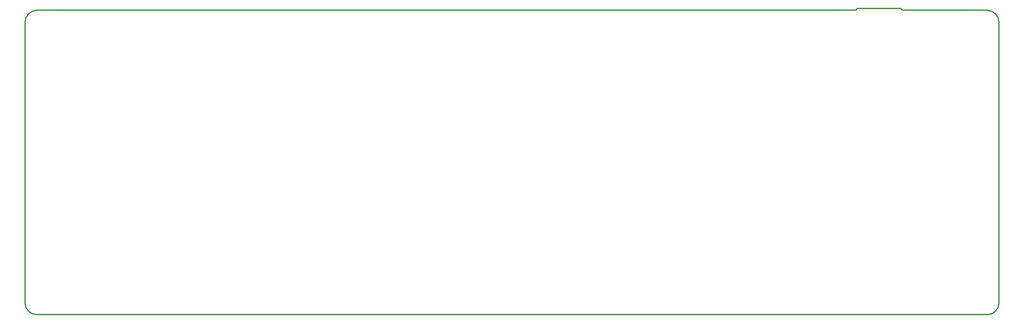
<source format=gm1>
G04 #@! TF.GenerationSoftware,KiCad,Pcbnew,5.1.5-52549c5~84~ubuntu16.04.1*
G04 #@! TF.CreationDate,2020-05-05T20:45:57-04:00*
G04 #@! TF.ProjectId,steamvan,73746561-6d76-4616-9e2e-6b696361645f,rev?*
G04 #@! TF.SameCoordinates,PX43ec160PY7dabae0*
G04 #@! TF.FileFunction,Profile,NP*
%FSLAX46Y46*%
G04 Gerber Fmt 4.6, Leading zero omitted, Abs format (unit mm)*
G04 Created by KiCad (PCBNEW 5.1.5-52549c5~84~ubuntu16.04.1) date 2020-05-05 20:45:57*
%MOMM*%
%LPD*%
G04 APERTURE LIST*
%ADD10C,0.300000*%
G04 APERTURE END LIST*
D10*
X243355693Y2995299D02*
G75*
G02X240355693Y-4701I-3000000J0D01*
G01*
X2968400Y-4701D02*
G75*
G02X-31600Y2995299I0J3000000D01*
G01*
X207855693Y76695200D02*
G75*
G02X207355693Y76195200I-500000J0D01*
G01*
X219355693Y76195200D02*
G75*
G02X218855693Y76695200I0J500000D01*
G01*
X-31600Y2995299D02*
X-31600Y73195200D01*
X-31600Y73195200D02*
G75*
G02X2968400Y76195200I3000000J0D01*
G01*
X240355693Y76195200D02*
G75*
G02X243355693Y73195200I0J-3000000D01*
G01*
X243355693Y73195200D02*
X243355693Y2995299D01*
X2968400Y-4701D02*
X240355693Y-4701D01*
X240355693Y76195200D02*
X219355693Y76195200D01*
X207355693Y76195200D02*
X2968400Y76195200D01*
X207855693Y76695200D02*
X218855693Y76695200D01*
M02*

</source>
